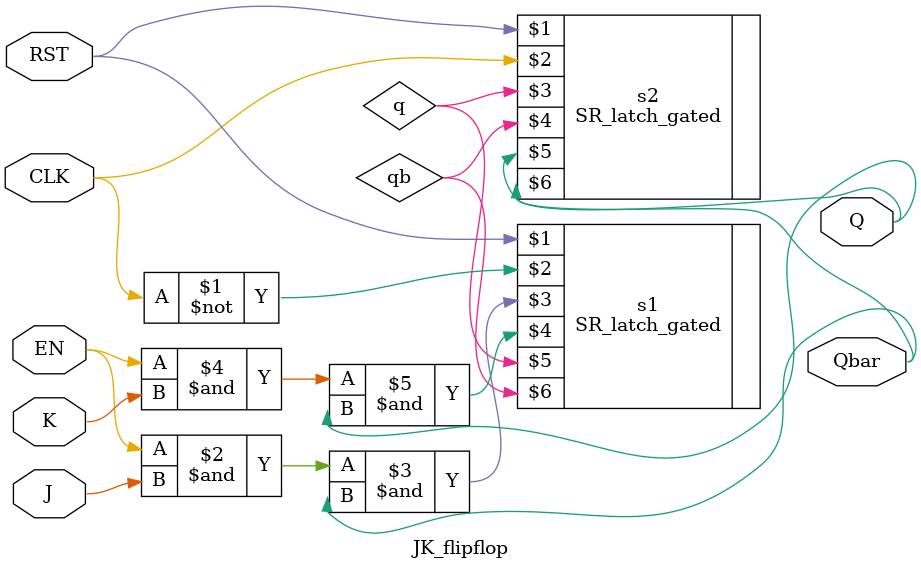
<source format=v>
`timescale 1ns / 1ps


module JK_flipflop( //rising edge
    input RST, //active low
    input EN,
    input CLK,
    input J,
    input K,
    output Q,
    output Qbar
    );

    wire q, qb, q1, q1b;
    SR_latch_gated s1(RST, ~CLK, EN & J & Qbar, EN & K & Q, q, qb);
    SR_latch_gated s2(RST, CLK, q, qb, Q, Qbar);

endmodule

</source>
